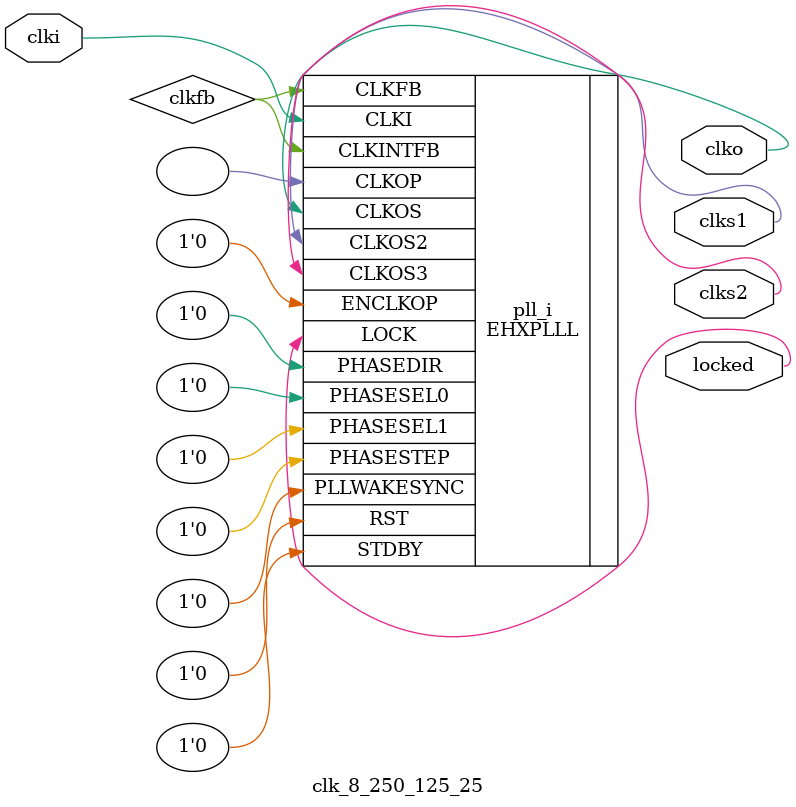
<source format=v>
module clk_8_250_125_25(input clki, 
    output clks1,
    output clks2,
    output locked,
    output clko
);
wire clkfb;
wire clkos;
wire clkop;
(* FREQUENCY_PIN_CLKI="25" *)
(* FREQUENCY_PIN_CLKOP="45.83" *)
(* FREQUENCY_PIN_CLKOS="252.083" *)
(* FREQUENCY_PIN_CLKOS2="126.042" *)
(* FREQUENCY_PIN_CLKOS3="25.21" *)
(* ICP_CURRENT="12" *)
(* LPF_RESISTOR="8" *)
(* MFG_ENABLE_FILTEROPAMP="1" *)
(* MFG_GMCREF_SEL="2" *)
EHXPLLL #(
        .PLLRST_ENA("DISABLED"),
        .INTFB_WAKE("DISABLED"),
        .STDBY_ENABLE("DISABLED"),
        .DPHASE_SOURCE("DISABLED"),
        .OUTDIVIDER_MUXA("DIVA"),
        .OUTDIVIDER_MUXB("DIVB"),
        .OUTDIVIDER_MUXC("DIVC"),
        .OUTDIVIDER_MUXD("DIVD"),
        .CLKI_DIV(6),
        .CLKOP_ENABLE("ENABLED"),
        .CLKOP_DIV(11),
        .CLKOP_CPHASE(9),
        .CLKOP_FPHASE(0),
        .CLKOS_ENABLE("ENABLED"),
        .CLKOS_DIV(2),
        .CLKOS_CPHASE(9),
        .CLKOS_FPHASE(0),
        .CLKOS2_ENABLE("ENABLED"),
        .CLKOS2_DIV(4),
        .CLKOS2_CPHASE(9),
        .CLKOS2_FPHASE(0),
        .CLKOS3_ENABLE("ENABLED"),
        .CLKOS3_DIV(20),
        .CLKOS3_CPHASE(9),
        .CLKOS3_FPHASE(0),
        .FEEDBK_PATH("INT_OP"),
        .CLKFB_DIV(11),        
    ) pll_i (
        .CLKI(clki),
        .CLKFB(clkfb),
        .CLKINTFB(clkfb),
        .CLKOP(),
        .CLKOS(clko),
        .CLKOS2(clks1),
        .CLKOS3(clks2),
        .RST(1'b0),
        .STDBY(1'b0),
        .PHASESEL0(1'b0),
        .PHASESEL1(1'b0),
        .PHASEDIR(1'b0),
        .PHASESTEP(1'b0),
        .PLLWAKESYNC(1'b0),
        .ENCLKOP(1'b0),
        .LOCK(locked)
	);
// assign clko = clkop;
endmodule

</source>
